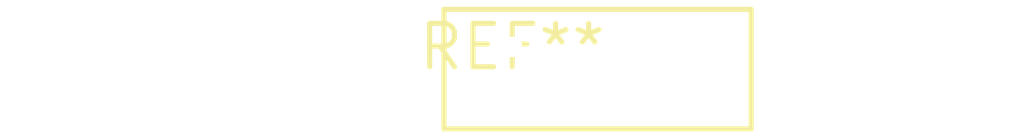
<source format=kicad_pcb>
(kicad_pcb (version 20240108) (generator pcbnew)
  (layers (0 "F.Cu" signal) (31 "B.Cu" signal) (34 "B.Paste" user) (35 "F.Paste" user) (36 "B.SilkS" user "B.Silkscreen") (37 "F.SilkS" user "F.Silkscreen") (38 "B.Mask" user) (39 "F.Mask" user) (44 "Edge.Cuts" user))
  (net 0 "")
  (footprint "RV_Disc_D9mm_W3.5mm_P5mm" (layer "F.Cu") (at 0 0)
    (property "Reference" "REF**")
    (property "Value" "RV_Disc_D9mm_W3.5mm_P5mm")
    (fp_line (start -2 -1.1) (end -2 2.4) (layer "F.SilkS") (stroke (width 0.15)))
    (fp_line (start -2 -1.1) (end 7 -1.1) (layer "F.SilkS") (stroke (width 0.15)))
    (fp_line (start -2 2.4) (end 7 2.4) (layer "F.SilkS") (stroke (width 0.15)))
    (fp_line (start 7 -1.1) (end 7 2.4) (layer "F.SilkS") (stroke (width 0.15)))
    (pad "1" thru_hole circle (at 0 0) (size 1.6 1.6) (drill 0.6) (layers *.Cu *.Mask) (remove_unused_layers))
    (pad "2" thru_hole circle (at 5 1.3) (size 1.6 1.6) (drill 0.6) (layers *.Cu *.Mask) (remove_unused_layers))
  )
)
</source>
